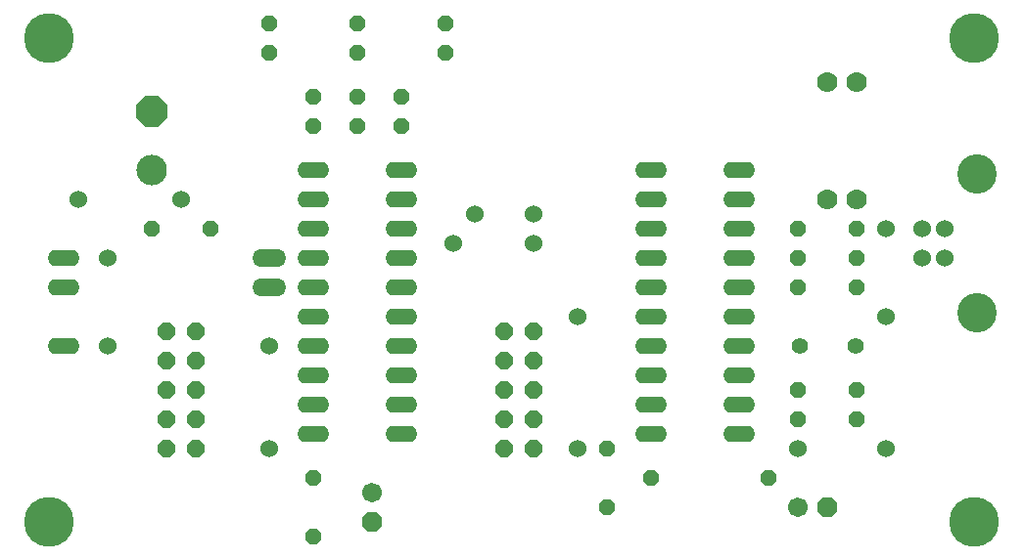
<source format=gbs>
G75*
G70*
%OFA0B0*%
%FSLAX24Y24*%
%IPPOS*%
%LPD*%
%AMOC8*
5,1,8,0,0,1.08239X$1,22.5*
%
%ADD10C,0.0560*%
%ADD11OC8,0.0560*%
%ADD12OC8,0.0670*%
%ADD13C,0.0670*%
%ADD14O,0.1080X0.0560*%
%ADD15C,0.0700*%
%ADD16O,0.1160X0.0600*%
%ADD17C,0.0600*%
%ADD18C,0.1340*%
%ADD19OC8,0.0600*%
%ADD20C,0.1040*%
%ADD21OC8,0.1040*%
%ADD22C,0.1700*%
D10*
X027921Y009580D03*
X029821Y009580D03*
D11*
X029871Y008080D03*
X029871Y007080D03*
X027871Y007080D03*
X027871Y008080D03*
X026871Y005080D03*
X022871Y005080D03*
X021371Y004080D03*
X021371Y006080D03*
X027871Y011580D03*
X027871Y012580D03*
X027871Y013580D03*
X029871Y013580D03*
X029871Y012580D03*
X029871Y011580D03*
X015871Y019580D03*
X015871Y020580D03*
X012871Y020580D03*
X012871Y019580D03*
X012871Y018080D03*
X012871Y017080D03*
X014371Y017080D03*
X014371Y018080D03*
X011371Y018080D03*
X011371Y017080D03*
X009871Y019580D03*
X009871Y020580D03*
X007871Y013580D03*
X005871Y013580D03*
X011371Y005080D03*
X011371Y003080D03*
D12*
X013371Y003580D03*
X028871Y004080D03*
D13*
X027871Y004080D03*
X013371Y004580D03*
D14*
X014371Y006580D03*
X014371Y007580D03*
X014371Y008580D03*
X014371Y009580D03*
X014371Y010580D03*
X014371Y011580D03*
X014371Y012580D03*
X014371Y013580D03*
X014371Y014580D03*
X014371Y015580D03*
X011371Y015580D03*
X011371Y014580D03*
X011371Y013580D03*
X011371Y012580D03*
X011371Y011580D03*
X011371Y010580D03*
X011371Y009580D03*
X011371Y008580D03*
X011371Y007580D03*
X011371Y006580D03*
X002871Y009580D03*
X002871Y011580D03*
X002871Y012580D03*
X022871Y012580D03*
X022871Y011580D03*
X022871Y010580D03*
X022871Y009580D03*
X022871Y008580D03*
X022871Y007580D03*
X022871Y006580D03*
X025871Y006580D03*
X025871Y007580D03*
X025871Y008580D03*
X025871Y009580D03*
X025871Y010580D03*
X025871Y011580D03*
X025871Y012580D03*
X025871Y013580D03*
X025871Y014580D03*
X025871Y015580D03*
X022871Y015580D03*
X022871Y014580D03*
X022871Y013580D03*
D15*
X028871Y014580D03*
X029871Y014580D03*
X029871Y018580D03*
X028871Y018580D03*
D16*
X009871Y012580D03*
X009871Y011580D03*
D17*
X009871Y009580D03*
X009871Y006080D03*
X004371Y009580D03*
X004371Y012580D03*
X003371Y014580D03*
X006871Y014580D03*
X016121Y013080D03*
X016871Y014080D03*
X018871Y014080D03*
X018871Y013080D03*
X020371Y010580D03*
X020371Y006080D03*
X027871Y006080D03*
X030871Y006080D03*
X030871Y010580D03*
X032091Y012588D03*
X032871Y012588D03*
X032871Y013572D03*
X032091Y013572D03*
X030871Y013580D03*
D18*
X033941Y015450D03*
X033941Y010710D03*
D19*
X018871Y010080D03*
X017871Y010080D03*
X017871Y009080D03*
X018871Y009080D03*
X018871Y008080D03*
X017871Y008080D03*
X017871Y007080D03*
X018871Y007080D03*
X018871Y006080D03*
X017871Y006080D03*
X007371Y006080D03*
X006371Y006080D03*
X006371Y007080D03*
X007371Y007080D03*
X007371Y008080D03*
X006371Y008080D03*
X006371Y009080D03*
X007371Y009080D03*
X007371Y010080D03*
X006371Y010080D03*
D20*
X005871Y015580D03*
D21*
X005871Y017580D03*
D22*
X002371Y003580D03*
X002371Y020080D03*
X033871Y020080D03*
X033871Y003580D03*
M02*

</source>
